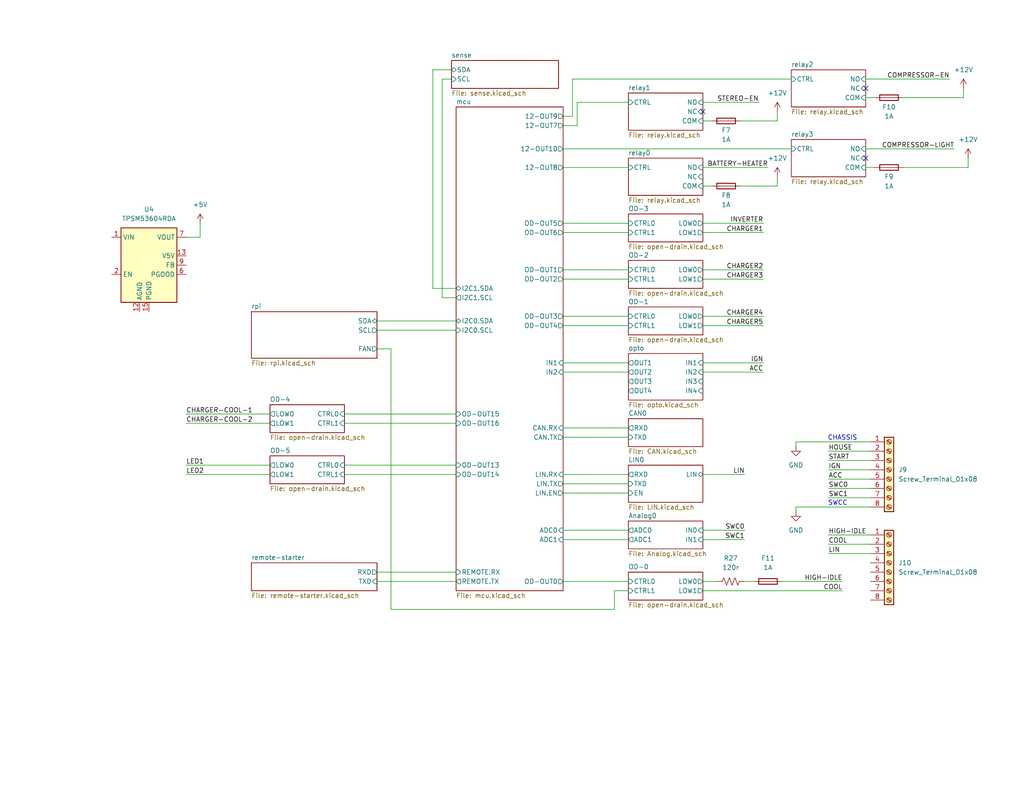
<source format=kicad_sch>
(kicad_sch (version 20231120) (generator "eeschema") (generator_version "8.0")
  (paper "A")
  (title_block (date "mar. 31 mars 2015"))
  (lib_symbols
    (symbol "Connector:Screw_Terminal_01x08" (pin_names (offset 1.016) hide)
      (property "Reference" "J" (at 0 10.16 0))
      (property "Value" "Screw_Terminal_01x08" (at 0 -12.7 0))
      (symbol "Screw_Terminal_01x08_1_1"
        (rectangle (start -1.27 8.89) (end 1.27 -11.43) (stroke (width 0.254)) (fill (type background)))
        (circle (center 0 -10.16) (radius 0.635) (stroke (width 0.1524)))
        (circle (center 0 -7.62) (radius 0.635) (stroke (width 0.1524)))
        (circle (center 0 -5.08) (radius 0.635) (stroke (width 0.1524)))
        (circle (center 0 -2.54) (radius 0.635) (stroke (width 0.1524)))
        (polyline (pts (xy -0.5334 -9.8298) (xy 0.3302 -10.668)) (stroke (width 0.1524)))
        (polyline (pts (xy -0.5334 -7.2898) (xy 0.3302 -8.128)) (stroke (width 0.1524)))
        (polyline (pts (xy -0.5334 -4.7498) (xy 0.3302 -5.588)) (stroke (width 0.1524)))
        (polyline (pts (xy -0.5334 -2.2098) (xy 0.3302 -3.048)) (stroke (width 0.1524)))
        (polyline (pts (xy -0.5334 0.3302) (xy 0.3302 -0.508)) (stroke (width 0.1524)))
        (polyline (pts (xy -0.5334 2.8702) (xy 0.3302 2.032)) (stroke (width 0.1524)))
        (polyline (pts (xy -0.5334 5.4102) (xy 0.3302 4.572)) (stroke (width 0.1524)))
        (polyline (pts (xy -0.5334 7.9502) (xy 0.3302 7.112)) (stroke (width 0.1524)))
        (polyline (pts (xy -0.3556 -9.652) (xy 0.508 -10.4902)) (stroke (width 0.1524)))
        (polyline (pts (xy -0.3556 -7.112) (xy 0.508 -7.9502)) (stroke (width 0.1524)))
        (polyline (pts (xy -0.3556 -4.572) (xy 0.508 -5.4102)) (stroke (width 0.1524)))
        (polyline (pts (xy -0.3556 -2.032) (xy 0.508 -2.8702)) (stroke (width 0.1524)))
        (polyline (pts (xy -0.3556 0.508) (xy 0.508 -0.3302)) (stroke (width 0.1524)))
        (polyline (pts (xy -0.3556 3.048) (xy 0.508 2.2098)) (stroke (width 0.1524)))
        (polyline (pts (xy -0.3556 5.588) (xy 0.508 4.7498)) (stroke (width 0.1524)))
        (polyline (pts (xy -0.3556 8.128) (xy 0.508 7.2898)) (stroke (width 0.1524)))
        (circle (center 0 0) (radius 0.635) (stroke (width 0.1524)))
        (circle (center 0 2.54) (radius 0.635) (stroke (width 0.1524)))
        (circle (center 0 5.08) (radius 0.635) (stroke (width 0.1524)))
        (circle (center 0 7.62) (radius 0.635) (stroke (width 0.1524)))
        (pin passive line (at -5.08 7.62 0) (length 3.81) (name "Pin_1") (number "1"))
        (pin passive line (at -5.08 5.08 0) (length 3.81) (name "Pin_2") (number "2"))
        (pin passive line (at -5.08 2.54 0) (length 3.81) (name "Pin_3") (number "3"))
        (pin passive line (at -5.08 0 0) (length 3.81) (name "Pin_4") (number "4"))
        (pin passive line (at -5.08 -2.54 0) (length 3.81) (name "Pin_5") (number "5"))
        (pin passive line (at -5.08 -5.08 0) (length 3.81) (name "Pin_6") (number "6"))
        (pin passive line (at -5.08 -7.62 0) (length 3.81) (name "Pin_7") (number "7"))
        (pin passive line (at -5.08 -10.16 0) (length 3.81) (name "Pin_8") (number "8"))
      )
    )
    (symbol "Converter_DCDC:TPSM53604RDA"
      (property "Reference" "U" (at 0 15.24 0))
      (property "Value" "TPSM53604RDA" (at 0 12.7 0))
      (symbol "TPSM53604RDA_0_1"
        (rectangle (start 7.62 10.16) (end -7.62 -10.16) (stroke (width 0.254)) (fill (type background)))
      )
      (symbol "TPSM53604RDA_1_1"
        (pin power_in line (at -10.16 7.62 0) (length 2.54) (name "VIN") (number "1"))
        (pin passive line (at 0 -12.7 90) (length 2.54) hide (name "PGND") (number "10"))
        (pin passive line (at 0 -12.7 90) (length 2.54) hide (name "PGND") (number "11"))
        (pin power_in line (at -2.54 -12.7 90) (length 2.54) (name "AGND") (number "12"))
        (pin output line (at 10.16 2.54 180) (length 2.54) (name "V5V") (number "13"))
        (pin passive line (at -10.16 7.62 0) (length 2.54) hide (name "VIN") (number "14"))
        (pin power_in line (at 0 -12.7 90) (length 2.54) (name "PGND") (number "15"))
        (pin input line (at -10.16 -2.54 0) (length 2.54) (name "EN") (number "2"))
        (pin passive line (at 0 -12.7 90) (length 2.54) hide (name "PGND") (number "3"))
        (pin no_connect line (at -7.62 2.54 0) (length 2.54) hide (name "DNC") (number "4"))
        (pin no_connect line (at -7.62 0 0) (length 2.54) hide (name "DNC") (number "5"))
        (pin open_collector line (at 10.16 -2.54 180) (length 2.54) (name "PGOOD") (number "6"))
        (pin power_out line (at 10.16 7.62 180) (length 2.54) (name "VOUT") (number "7"))
        (pin passive line (at 10.16 7.62 180) (length 2.54) hide (name "VOUT") (number "8"))
        (pin input line (at 10.16 0 180) (length 2.54) (name "FB") (number "9"))
      )
    )
    (symbol "Device:Fuse" (pin_numbers hide) (pin_names (offset 0))
      (property "Reference" "F" (at 2.032 0 90))
      (property "Value" "Fuse" (at -1.905 0 90))
      (symbol "Fuse_0_1"
        (rectangle (start -0.762 -2.54) (end 0.762 2.54) (stroke (width 0.254)))
        (polyline (pts (xy 0 2.54) (xy 0 -2.54)))
      )
      (symbol "Fuse_1_1"
        (pin passive line (at 0 3.81 270) (length 1.27) (name "~") (number "1"))
        (pin passive line (at 0 -3.81 90) (length 1.27) (name "~") (number "2"))
      )
    )
    (symbol "Device:R_US" (pin_numbers hide) (pin_names (offset 0))
      (property "Reference" "R" (at 2.54 0 90))
      (property "Value" "R_US" (at -2.54 0 90))
      (symbol "R_US_0_1"
        (polyline (pts (xy 0 -2.286) (xy 0 -2.54)))
        (polyline (pts (xy 0 2.286) (xy 0 2.54)))
        (polyline (pts (xy 0 -0.762) (xy 1.016 -1.143) (xy 0 -1.524) (xy -1.016 -1.905) (xy 0 -2.286)))
        (polyline (pts (xy 0 0.762) (xy 1.016 0.381) (xy 0 0) (xy -1.016 -0.381) (xy 0 -0.762)))
        (polyline (pts (xy 0 2.286) (xy 1.016 1.905) (xy 0 1.524) (xy -1.016 1.143) (xy 0 0.762)))
      )
      (symbol "R_US_1_1"
        (pin passive line (at 0 3.81 270) (length 1.27) (name "~") (number "1"))
        (pin passive line (at 0 -3.81 90) (length 1.27) (name "~") (number "2"))
      )
    )
    (symbol "power:+12V" (power) (pin_numbers hide) (pin_names (offset 0) hide)
      (property "Value" "+12V" (at 0 3.556 0))
      (symbol "+12V_0_1"
        (polyline (pts (xy -0.762 1.27) (xy 0 2.54)))
        (polyline (pts (xy 0 0) (xy 0 2.54)))
        (polyline (pts (xy 0 2.54) (xy 0.762 1.27)))
      )
      (symbol "+12V_1_1"
        (pin power_in line (at 0 0 90) (length 0) (name "~") (number "1"))
      )
    )
    (symbol "power:+5V" (power) (pin_numbers hide) (pin_names (offset 0) hide)
      (property "Value" "+5V" (at 0 3.556 0))
      (symbol "+5V_0_1"
        (polyline (pts (xy -0.762 1.27) (xy 0 2.54)))
        (polyline (pts (xy 0 0) (xy 0 2.54)))
        (polyline (pts (xy 0 2.54) (xy 0.762 1.27)))
      )
      (symbol "+5V_1_1"
        (pin power_in line (at 0 0 90) (length 0) (name "~") (number "1"))
      )
    )
    (symbol "power:GND" (power) (pin_numbers hide) (pin_names (offset 0) hide)
      (property "Value" "GND" (at 0 -3.81 0))
      (symbol "GND_0_1"
        (polyline (pts (xy 0 0) (xy 0 -1.27) (xy 1.27 -1.27) (xy 0 -2.54) (xy -1.27 -1.27) (xy 0 -1.27)))
      )
      (symbol "GND_1_1"
        (pin power_in line (at 0 0 270) (length 0) (name "~") (number "1"))
      )
    )
  )
  (no_connect (at 236.22 43.18))
  (no_connect (at 191.77 30.48))
  (no_connect (at 236.22 24.13))
  (wire (pts (xy 191.77 50.8) (xy 194.31 50.8)))
  (wire (pts (xy 226.06 128.27) (xy 237.49 128.27)))
  (wire (pts (xy 153.67 132.08) (xy 171.45 132.08)))
  (wire (pts (xy 217.17 121.92) (xy 217.17 120.65)))
  (wire (pts (xy 153.67 31.75) (xy 156.21 31.75)))
  (wire (pts (xy 226.06 130.81) (xy 237.49 130.81)))
  (wire (pts (xy 106.68 166.37) (xy 167.64 166.37)))
  (wire (pts (xy 226.06 135.89) (xy 237.49 135.89)))
  (wire (pts (xy 157.48 27.94) (xy 171.45 27.94)))
  (wire (pts (xy 106.68 95.25) (xy 106.68 166.37)))
  (wire (pts (xy 156.21 31.75) (xy 156.21 21.59)))
  (wire (pts (xy 73.66 115.57) (xy 50.8 115.57)))
  (wire (pts (xy 191.77 63.5) (xy 208.28 63.5)))
  (wire (pts (xy 226.06 148.59) (xy 237.49 148.59)))
  (wire (pts (xy 191.77 73.66) (xy 208.28 73.66)))
  (wire (pts (xy 191.77 45.72) (xy 209.55 45.72)))
  (wire (pts (xy 153.67 86.36) (xy 171.45 86.36)))
  (wire (pts (xy 226.06 133.35) (xy 237.49 133.35)))
  (wire (pts (xy 191.77 147.32) (xy 203.2 147.32)))
  (wire (pts (xy 124.46 81.28) (xy 120.65 81.28)))
  (wire (pts (xy 191.77 76.2) (xy 208.28 76.2)))
  (wire (pts (xy 226.06 151.13) (xy 237.49 151.13)))
  (wire (pts (xy 201.93 50.8) (xy 212.09 50.8)))
  (wire (pts (xy 191.77 161.29) (xy 229.87 161.29)))
  (wire (pts (xy 102.87 95.25) (xy 106.68 95.25)))
  (wire (pts (xy 213.36 158.75) (xy 229.87 158.75)))
  (wire (pts (xy 153.67 88.9) (xy 171.45 88.9)))
  (wire (pts (xy 236.22 21.59) (xy 259.08 21.59)))
  (wire (pts (xy 153.67 116.84) (xy 171.45 116.84)))
  (wire (pts (xy 191.77 60.96) (xy 208.28 60.96)))
  (wire (pts (xy 157.48 34.29) (xy 157.48 27.94)))
  (wire (pts (xy 236.22 26.67) (xy 238.76 26.67)))
  (wire (pts (xy 153.67 147.32) (xy 171.45 147.32)))
  (wire (pts (xy 167.64 166.37) (xy 167.64 161.29)))
  (wire (pts (xy 93.98 127) (xy 124.46 127)))
  (wire (pts (xy 93.98 129.54) (xy 124.46 129.54)))
  (wire (pts (xy 264.16 43.18) (xy 264.16 45.72)))
  (wire (pts (xy 236.22 45.72) (xy 238.76 45.72)))
  (wire (pts (xy 120.65 21.59) (xy 123.19 21.59)))
  (wire (pts (xy 73.66 129.54) (xy 50.8 129.54)))
  (wire (pts (xy 153.67 45.72) (xy 171.45 45.72)))
  (wire (pts (xy 217.17 139.7) (xy 217.17 138.43)))
  (wire (pts (xy 102.87 90.17) (xy 124.46 90.17)))
  (wire (pts (xy 153.67 158.75) (xy 171.45 158.75)))
  (wire (pts (xy 203.2 158.75) (xy 205.74 158.75)))
  (wire (pts (xy 191.77 129.54) (xy 203.2 129.54)))
  (wire (pts (xy 226.06 123.19) (xy 237.49 123.19)))
  (wire (pts (xy 102.87 87.63) (xy 124.46 87.63)))
  (wire (pts (xy 246.38 26.67) (xy 262.89 26.67)))
  (wire (pts (xy 93.98 115.57) (xy 124.46 115.57)))
  (wire (pts (xy 120.65 81.28) (xy 120.65 21.59)))
  (wire (pts (xy 212.09 30.48) (xy 212.09 33.02)))
  (wire (pts (xy 73.66 113.03) (xy 50.8 113.03)))
  (wire (pts (xy 153.67 129.54) (xy 171.45 129.54)))
  (wire (pts (xy 191.77 86.36) (xy 208.28 86.36)))
  (wire (pts (xy 153.67 134.62) (xy 171.45 134.62)))
  (wire (pts (xy 118.11 19.05) (xy 123.19 19.05)))
  (wire (pts (xy 102.87 156.21) (xy 124.46 156.21)))
  (wire (pts (xy 124.46 78.74) (xy 118.11 78.74)))
  (wire (pts (xy 236.22 40.64) (xy 260.35 40.64)))
  (wire (pts (xy 50.8 64.77) (xy 54.61 64.77)))
  (wire (pts (xy 191.77 144.78) (xy 203.2 144.78)))
  (wire (pts (xy 262.89 24.13) (xy 262.89 26.67)))
  (wire (pts (xy 226.06 125.73) (xy 237.49 125.73)))
  (wire (pts (xy 153.67 99.06) (xy 171.45 99.06)))
  (wire (pts (xy 167.64 161.29) (xy 171.45 161.29)))
  (wire (pts (xy 156.21 21.59) (xy 215.9 21.59)))
  (wire (pts (xy 201.93 33.02) (xy 212.09 33.02)))
  (wire (pts (xy 191.77 158.75) (xy 195.58 158.75)))
  (wire (pts (xy 153.67 40.64) (xy 215.9 40.64)))
  (wire (pts (xy 73.66 127) (xy 50.8 127)))
  (wire (pts (xy 191.77 101.6) (xy 208.28 101.6)))
  (wire (pts (xy 153.67 101.6) (xy 171.45 101.6)))
  (wire (pts (xy 191.77 88.9) (xy 208.28 88.9)))
  (wire (pts (xy 246.38 45.72) (xy 264.16 45.72)))
  (wire (pts (xy 153.67 119.38) (xy 171.45 119.38)))
  (wire (pts (xy 226.06 146.05) (xy 237.49 146.05)))
  (wire (pts (xy 93.98 113.03) (xy 124.46 113.03)))
  (wire (pts (xy 153.67 34.29) (xy 157.48 34.29)))
  (wire (pts (xy 153.67 60.96) (xy 171.45 60.96)))
  (wire (pts (xy 153.67 73.66) (xy 171.45 73.66)))
  (wire (pts (xy 217.17 120.65) (xy 237.49 120.65)))
  (wire (pts (xy 153.67 76.2) (xy 171.45 76.2)))
  (wire (pts (xy 191.77 33.02) (xy 194.31 33.02)))
  (wire (pts (xy 153.67 63.5) (xy 171.45 63.5)))
  (wire (pts (xy 217.17 138.43) (xy 237.49 138.43)))
  (wire (pts (xy 118.11 78.74) (xy 118.11 19.05)))
  (wire (pts (xy 153.67 144.78) (xy 171.45 144.78)))
  (wire (pts (xy 191.77 27.94) (xy 207.01 27.94)))
  (wire (pts (xy 54.61 60.96) (xy 54.61 64.77)))
  (wire (pts (xy 212.09 48.26) (xy 212.09 50.8)))
  (wire (pts (xy 102.87 158.75) (xy 124.46 158.75)))
  (wire (pts (xy 191.77 99.06) (xy 208.28 99.06)))
  (text "CHASSIS" (at 229.87 119.634 0) (effects (font (size 1.27 1.27))))
  (text "SWCC" (at 228.6 137.414 0) (effects (font (size 1.27 1.27))))
  (label "LIN" (at 226.06 151.13 0))
  (label "SWC0" (at 226.06 133.35 0))
  (label "ACC" (at 226.06 130.81 0))
  (label "COMPRESSOR-EN" (at 259.08 21.59 180))
  (label "CHARGER4" (at 208.28 86.36 180))
  (label "CHARGER-COOL-1" (at 50.8 113.03 0))
  (label "SWC1" (at 226.06 135.89 0))
  (label "HIGH-IDLE" (at 229.87 158.75 180))
  (label "HOUSE" (at 226.06 123.19 0))
  (label "COOL" (at 229.87 161.29 180))
  (label "SWC1" (at 203.2 147.32 180))
  (label "LIN" (at 203.2 129.54 180))
  (label "CHARGER3" (at 208.28 76.2 180))
  (label "INVERTER" (at 208.28 60.96 180))
  (label "IGN" (at 208.28 99.06 180))
  (label "COMPRESSOR-LIGHT" (at 260.35 40.64 180))
  (label "START" (at 226.06 125.73 0))
  (label "STEREO-EN" (at 207.01 27.94 180))
  (label "COOL" (at 226.06 148.59 0))
  (label "BATTERY-HEATER" (at 209.55 45.72 180))
  (label "IGN" (at 226.06 128.27 0))
  (label "HIGH-IDLE" (at 226.06 146.05 0))
  (label "CHARGER5" (at 208.28 88.9 180))
  (label "CHARGER2" (at 208.28 73.66 180))
  (label "CHARGER1" (at 208.28 63.5 180))
  (label "LED2" (at 50.8 129.54 0))
  (label "SWC0" (at 203.2 144.78 180))
  (label "CHARGER-COOL-2" (at 50.8 115.57 0))
  (label "LED1" (at 50.8 127 0))
  (label "ACC" (at 208.28 101.6 180))
  (symbol (lib_id "Device:R_US") (at 199.39 158.75 90) (unit 1)
    (property "Reference" "R27" (at 199.39 152.4 90))
    (property "Value" "120r" (at 199.39 154.94 90))
    (property "Description" "Resistor, US symbol" (effects (hide yes)))
  )
  (symbol (lib_id "power:GND") (at 217.17 139.7 0) (unit 1)
    (property "Reference" "#PWR073" (effects (hide yes)))
    (property "Value" "GND" (at 217.17 144.78 0))
    (property "Description" "Power symbol creates a global label with name \"GND\" , ground" (effects (hide yes)))
  )
  (symbol (lib_id "power:GND") (at 217.17 121.92 0) (unit 1)
    (property "Reference" "#PWR067" (effects (hide yes)))
    (property "Value" "GND" (at 217.17 127 0))
    (property "Description" "Power symbol creates a global label with name \"GND\" , ground" (effects (hide yes)))
  )
  (symbol (lib_id "Connector:Screw_Terminal_01x08") (at 242.57 153.67 0) (unit 1)
    (property "Reference" "J10" (at 245.11 153.6699 0) (effects (justify left)))
    (property "Value" "Screw_Terminal_01x08" (at 245.11 156.2099 0) (effects (justify left)))
    (property "Description" "Generic screw terminal, single row, 01x08, script generated (kicad-library-utils/schlib/autogen/connector/)" (effects (hide yes)))
  )
  (symbol (lib_id "power:+5V") (at 54.61 60.96 0) (unit 1)
    (property "Reference" "#PWR011" (effects (hide yes)))
    (property "Value" "+5V" (at 54.61 55.88 0))
    (property "Description" "Power symbol creates a global label with name \"+5V\"" (effects (hide yes)))
  )
  (symbol (lib_id "Device:Fuse") (at 242.57 26.67 90) (unit 1)
    (property "Reference" "F10" (at 242.57 29.21 90))
    (property "Value" "1A" (at 242.57 31.75 90))
    (property "Description" "Fuse" (effects (hide yes)))
  )
  (symbol (lib_id "Device:Fuse") (at 198.12 33.02 90) (unit 1)
    (property "Reference" "F7" (at 198.12 35.56 90))
    (property "Value" "1A" (at 198.12 38.1 90))
    (property "Description" "Fuse" (effects (hide yes)))
  )
  (symbol (lib_id "Device:Fuse") (at 209.55 158.75 270) (unit 1)
    (property "Reference" "F11" (at 209.55 152.4 90))
    (property "Value" "1A" (at 209.55 154.94 90))
    (property "Description" "Fuse" (effects (hide yes)))
  )
  (symbol (lib_id "power:+12V") (at 212.09 30.48 0) (unit 1)
    (property "Reference" "#PWR0114" (effects (hide yes)))
    (property "Value" "+12V" (at 212.09 25.4 0))
    (property "Description" "Power symbol creates a global label with name \"+12V\"" (effects (hide yes)))
  )
  (symbol (lib_id "Device:Fuse") (at 242.57 45.72 90) (unit 1)
    (property "Reference" "F9" (at 242.57 48.26 90))
    (property "Value" "1A" (at 242.57 50.8 90))
    (property "Description" "Fuse" (effects (hide yes)))
  )
  (symbol (lib_id "power:+12V") (at 264.16 43.18 0) (unit 1)
    (property "Reference" "#PWR0116" (effects (hide yes)))
    (property "Value" "+12V" (at 264.16 38.1 0))
    (property "Description" "Power symbol creates a global label with name \"+12V\"" (effects (hide yes)))
  )
  (symbol (lib_id "Connector:Screw_Terminal_01x08") (at 242.57 128.27 0) (unit 1)
    (property "Reference" "J9" (at 245.11 128.2699 0) (effects (justify left)))
    (property "Value" "Screw_Terminal_01x08" (at 245.11 130.8099 0) (effects (justify left)))
    (property "Description" "Generic screw terminal, single row, 01x08, script generated (kicad-library-utils/schlib/autogen/connector/)" (effects (hide yes)))
  )
  (symbol (lib_id "power:+12V") (at 262.89 24.13 0) (unit 1)
    (property "Reference" "#PWR0117" (effects (hide yes)))
    (property "Value" "+12V" (at 262.89 19.05 0))
    (property "Description" "Power symbol creates a global label with name \"+12V\"" (effects (hide yes)))
  )
  (symbol (lib_id "Device:Fuse") (at 198.12 50.8 90) (unit 1)
    (property "Reference" "F8" (at 198.12 53.34 90))
    (property "Value" "1A" (at 198.12 55.88 90))
    (property "Description" "Fuse" (effects (hide yes)))
  )
  (symbol (lib_id "Converter_DCDC:TPSM53604RDA") (at 40.64 72.39 0) (unit 1)
    (property "Reference" "U4" (at 40.64 57.15 0))
    (property "Value" "TPSM53604RDA" (at 40.64 59.69 0))
    (property "Footprint" "Package_DFN_QFN:Texas_B3QFN-14-1EP_5x5.5mm_P0.65mm_ThermalVia" (effects (hide yes)))
    (property "Datasheet" "https://www.ti.com/lit/ds/symlink/tpsm53604.pdf" (effects (hide yes)))
    (property "Description" "36-V, 4A input, stepdown, DC/DC converter, Texas B3QFN-14" (effects (hide yes)))
  )
  (symbol (lib_id "power:+12V") (at 212.09 48.26 0) (unit 1)
    (property "Reference" "#PWR0115" (effects (hide yes)))
    (property "Value" "+12V" (at 212.09 43.18 0))
    (property "Description" "Power symbol creates a global label with name \"+12V\"" (effects (hide yes)))
  )
  (sheet (at 171.45 43.18) (size 20.32 10.16) (stroke (width 0.1524))
    (property "Sheetname" "relay0" (at 171.45 42.4684 0) (effects (justify left bottom)))
    (property "Sheetfile" "relay.kicad_sch" (at 171.45 53.9246 0) (effects (justify left top)))
    (pin "NO" input (at 191.77 45.72 0))
    (pin "NC" input (at 191.77 48.26 0))
    (pin "COM" input (at 191.77 50.8 0))
    (pin "CTRL" input (at 171.45 45.72 180))
  )
  (sheet (at 171.45 142.24) (size 20.32 7.62) (stroke (width 0.1524))
    (property "Sheetname" "Analog0" (at 171.45 141.5284 0) (effects (justify left bottom)))
    (property "Sheetfile" "Analog.kicad_sch" (at 171.45 150.4446 0) (effects (justify left top)))
    (pin "ADC1" output (at 171.45 147.32 180))
    (pin "IN1" input (at 191.77 147.32 0))
    (pin "IN0" input (at 191.77 144.78 0))
    (pin "ADC0" output (at 171.45 144.78 180))
  )
  (sheet (at 73.66 124.46) (size 20.32 7.62) (stroke (width 0.1524))
    (property "Sheetname" "OD-5" (at 73.66 123.7484 0) (effects (justify left bottom)))
    (property "Sheetfile" "open-drain.kicad_sch" (at 73.66 132.6646 0) (effects (justify left top)))
    (pin "CTRL1" input (at 93.98 129.54 0))
    (pin "LOW1" output (at 73.66 129.54 180))
    (pin "CTRL0" input (at 93.98 127 0))
    (pin "LOW0" output (at 73.66 127 180))
  )
  (sheet (at 124.46 29.21) (size 29.21 132.08) (stroke (width 0.1524))
    (property "Sheetname" "mcu" (at 124.46 28.4984 0) (effects (justify left bottom)))
    (property "Sheetfile" "mcu.kicad_sch" (at 124.46 161.8746 0) (effects (justify left top)))
    (pin "ADC0" input (at 153.67 144.78 0))
    (pin "ADC1" input (at 153.67 147.32 0))
    (pin "REMOTE.TX" output (at 124.46 158.75 180))
    (pin "REMOTE.RX" input (at 124.46 156.21 180))
    (pin "I2C0.SDA" bidirectional (at 124.46 87.63 180))
    (pin "I2C0.SCL" input (at 124.46 90.17 180))
    (pin "LIN.EN" output (at 153.67 134.62 0))
    (pin "CAN.RX" input (at 153.67 116.84 0))
    (pin "CAN.TX" output (at 153.67 119.38 0))
    (pin "LIN.TX" output (at 153.67 132.08 0))
    (pin "LIN.RX" input (at 153.67 129.54 0))
    (pin "OD-OUT0" output (at 153.67 158.75 0))
    (pin "OD-OUT1" output (at 153.67 73.66 0))
    (pin "I2C1.SDA" bidirectional (at 124.46 78.74 180))
    (pin "I2C1.SCL" output (at 124.46 81.28 180))
    (pin "OD-OUT4" output (at 153.67 88.9 0))
    (pin "OD-OUT2" output (at 153.67 76.2 0))
    (pin "OD-OUT3" output (at 153.67 86.36 0))
    (pin "OD-OUT5" output (at 153.67 60.96 0))
    (pin "OD-OUT6" output (at 153.67 63.5 0))
    (pin "12-OUT7" output (at 153.67 34.29 0))
    (pin "12-OUT8" output (at 153.67 45.72 0))
    (pin "12-OUT9" output (at 153.67 31.75 0))
    (pin "12-OUT10" output (at 153.67 40.64 0))
    (pin "IN1" input (at 153.67 99.06 0))
    (pin "IN2" input (at 153.67 101.6 0))
    (pin "OD-OUT15" input (at 124.46 113.03 180))
    (pin "OD-OUT16" input (at 124.46 115.57 180))
    (pin "OD-OUT13" input (at 124.46 127 180))
    (pin "OD-OUT14" input (at 124.46 129.54 180))
  )
  (sheet (at 171.45 25.4) (size 20.32 10.16) (stroke (width 0.1524))
    (property "Sheetname" "relay1" (at 171.45 24.6884 0) (effects (justify left bottom)))
    (property "Sheetfile" "relay.kicad_sch" (at 171.45 36.1446 0) (effects (justify left top)))
    (pin "NO" input (at 191.77 27.94 0))
    (pin "NC" input (at 191.77 30.48 0))
    (pin "COM" input (at 191.77 33.02 0))
    (pin "CTRL" input (at 171.45 27.94 180))
  )
  (sheet (at 171.45 114.3) (size 20.32 7.62) (stroke (width 0.1524))
    (property "Sheetname" "CAN0" (at 171.45 113.5884 0) (effects (justify left bottom)))
    (property "Sheetfile" "CAN.kicad_sch" (at 171.45 122.5046 0) (effects (justify left top)))
    (pin "RXD" output (at 171.45 116.84 180))
    (pin "TXD" input (at 171.45 119.38 180))
  )
  (sheet (at 215.9 19.05) (size 20.32 10.16) (stroke (width 0.1524))
    (property "Sheetname" "relay2" (at 215.9 18.3384 0) (effects (justify left bottom)))
    (property "Sheetfile" "relay.kicad_sch" (at 215.9 29.7946 0) (effects (justify left top)))
    (pin "NO" input (at 236.22 21.59 0))
    (pin "NC" input (at 236.22 24.13 0))
    (pin "COM" input (at 236.22 26.67 0))
    (pin "CTRL" input (at 215.9 21.59 180))
  )
  (sheet (at 171.45 96.52) (size 20.32 12.7) (stroke (width 0.1524))
    (property "Sheetname" "opto" (at 171.45 95.8084 0) (effects (justify left bottom)))
    (property "Sheetfile" "opto.kicad_sch" (at 171.45 109.8046 0) (effects (justify left top)))
    (pin "IN1" input (at 191.77 99.06 0))
    (pin "IN2" input (at 191.77 101.6 0))
    (pin "OUT1" output (at 171.45 99.06 180))
    (pin "OUT2" output (at 171.45 101.6 180))
    (pin "IN4" input (at 191.77 106.68 0))
    (pin "IN3" input (at 191.77 104.14 0))
    (pin "OUT4" output (at 171.45 106.68 180))
    (pin "OUT3" output (at 171.45 104.14 180))
  )
  (sheet (at 68.58 85.09) (size 34.29 12.7) (stroke (width 0.1524))
    (property "Sheetname" "rpi" (at 68.58 84.3784 0) (effects (justify left bottom)))
    (property "Sheetfile" "rpi.kicad_sch" (at 68.58 98.3746 0) (effects (justify left top)))
    (pin "SCL" output (at 102.87 90.17 0))
    (pin "SDA" bidirectional (at 102.87 87.63 0))
    (pin "FAN" output (at 102.87 95.25 0))
  )
  (sheet (at 171.45 71.12) (size 20.32 7.62) (stroke (width 0.1524))
    (property "Sheetname" "OD-2" (at 171.45 70.4084 0) (effects (justify left bottom)))
    (property "Sheetfile" "open-drain.kicad_sch" (at 171.45 79.3246 0) (effects (justify left top)))
    (pin "CTRL1" input (at 171.45 76.2 180))
    (pin "LOW1" output (at 191.77 76.2 0))
    (pin "CTRL0" input (at 171.45 73.66 180))
    (pin "LOW0" output (at 191.77 73.66 0))
  )
  (sheet (at 171.45 58.42) (size 20.32 7.62) (stroke (width 0.1524))
    (property "Sheetname" "OD-3" (at 171.45 57.7084 0) (effects (justify left bottom)))
    (property "Sheetfile" "open-drain.kicad_sch" (at 171.45 66.6246 0) (effects (justify left top)))
    (pin "CTRL1" input (at 171.45 63.5 180))
    (pin "LOW1" output (at 191.77 63.5 0))
    (pin "CTRL0" input (at 171.45 60.96 180))
    (pin "LOW0" output (at 191.77 60.96 0))
  )
  (sheet (at 171.45 156.21) (size 20.32 7.62) (stroke (width 0.1524))
    (property "Sheetname" "OD-0" (at 171.45 155.4984 0) (effects (justify left bottom)))
    (property "Sheetfile" "open-drain.kicad_sch" (at 171.45 164.4146 0) (effects (justify left top)))
    (pin "CTRL1" input (at 171.45 161.29 180))
    (pin "LOW1" output (at 191.77 161.29 0))
    (pin "CTRL0" input (at 171.45 158.75 180))
    (pin "LOW0" output (at 191.77 158.75 0))
  )
  (sheet (at 123.19 16.51) (size 29.21 7.62) (stroke (width 0.1524))
    (property "Sheetname" "sense" (at 123.19 15.7984 0) (effects (justify left bottom)))
    (property "Sheetfile" "sense.kicad_sch" (at 123.19 24.7146 0) (effects (justify left top)))
    (pin "SDA" bidirectional (at 123.19 19.05 180))
    (pin "SCL" input (at 123.19 21.59 180))
  )
  (sheet (at 171.45 83.82) (size 20.32 7.62) (stroke (width 0.1524))
    (property "Sheetname" "OD-1" (at 171.45 83.1084 0) (effects (justify left bottom)))
    (property "Sheetfile" "open-drain.kicad_sch" (at 171.45 92.0246 0) (effects (justify left top)))
    (pin "CTRL1" input (at 171.45 88.9 180))
    (pin "LOW1" output (at 191.77 88.9 0))
    (pin "CTRL0" input (at 171.45 86.36 180))
    (pin "LOW0" output (at 191.77 86.36 0))
  )
  (sheet (at 68.58 153.67) (size 34.29 7.62) (stroke (width 0.1524))
    (property "Sheetname" "remote-starter" (at 68.58 152.9584 0) (effects (justify left bottom)))
    (property "Sheetfile" "remote-starter.kicad_sch" (at 68.58 161.8746 0) (effects (justify left top)))
    (pin "TXD" input (at 102.87 158.75 0))
    (pin "RXD" output (at 102.87 156.21 0))
  )
  (sheet (at 73.66 110.49) (size 20.32 7.62) (stroke (width 0.1524))
    (property "Sheetname" "OD-4" (at 73.66 109.7784 0) (effects (justify left bottom)))
    (property "Sheetfile" "open-drain.kicad_sch" (at 73.66 118.6946 0) (effects (justify left top)))
    (pin "CTRL1" input (at 93.98 115.57 0))
    (pin "LOW1" output (at 73.66 115.57 180))
    (pin "CTRL0" input (at 93.98 113.03 0))
    (pin "LOW0" output (at 73.66 113.03 180))
  )
  (sheet (at 215.9 38.1) (size 20.32 10.16) (stroke (width 0.1524))
    (property "Sheetname" "relay3" (at 215.9 37.3884 0) (effects (justify left bottom)))
    (property "Sheetfile" "relay.kicad_sch" (at 215.9 48.8446 0) (effects (justify left top)))
    (pin "NO" input (at 236.22 40.64 0))
    (pin "NC" input (at 236.22 43.18 0))
    (pin "COM" input (at 236.22 45.72 0))
    (pin "CTRL" input (at 215.9 40.64 180))
  )
  (sheet (at 171.45 127) (size 20.32 10.16) (stroke (width 0.1524))
    (property "Sheetname" "LIN0" (at 171.45 126.2884 0) (effects (justify left bottom)))
    (property "Sheetfile" "LIN.kicad_sch" (at 171.45 137.7446 0) (effects (justify left top)))
    (pin "EN" input (at 171.45 134.62 180))
    (pin "RXD" output (at 171.45 129.54 180))
    (pin "TXD" input (at 171.45 132.08 180))
    (pin "LIN" bidirectional (at 191.77 129.54 0))
  )
)
</source>
